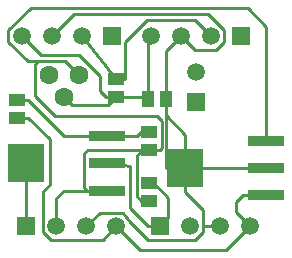
<source format=gtl>
G04 Layer_Physical_Order=1*
G04 Layer_Color=255*
%FSLAX25Y25*%
%MOIN*%
G70*
G01*
G75*
%ADD10R,0.05512X0.04331*%
%ADD11R,0.04331X0.05512*%
%ADD12R,0.12402X0.12795*%
%ADD13R,0.12402X0.03543*%
%ADD14C,0.01000*%
%ADD15C,0.06299*%
%ADD16C,0.05906*%
%ADD17R,0.05906X0.05906*%
%ADD18R,0.05906X0.05906*%
D10*
X424500Y149547D02*
D03*
Y155453D02*
D03*
Y132547D02*
D03*
Y138453D02*
D03*
X380500Y160047D02*
D03*
Y165953D02*
D03*
X413500Y167047D02*
D03*
Y172953D02*
D03*
D11*
X424047Y166500D02*
D03*
X429953D02*
D03*
D12*
X383516Y145000D02*
D03*
X436516Y143500D02*
D03*
D13*
X410484Y154055D02*
D03*
Y145000D02*
D03*
Y135945D02*
D03*
X463484Y152555D02*
D03*
Y143500D02*
D03*
Y134445D02*
D03*
D14*
X421653Y132547D02*
X424500D01*
X420239Y133961D02*
Y147586D01*
X422200Y149547D02*
X424500D01*
X463484Y152555D02*
Y190616D01*
X457262Y196838D02*
X463484Y190616D01*
X385003Y196838D02*
X457262D01*
X377522Y189358D02*
X385003Y196838D01*
X383936Y179200D02*
X396300D01*
X420239Y133961D02*
X421653Y132547D01*
X420239Y147586D02*
X422200Y149547D01*
X377522Y185613D02*
Y189358D01*
Y185613D02*
X383936Y179200D01*
X396300D02*
X401000Y174500D01*
X429953Y143500D02*
Y166500D01*
X422294Y167047D02*
X424047Y168800D01*
X416500Y172953D02*
Y185353D01*
Y172953D02*
Y185353D01*
X403947Y149547D02*
X422200D01*
X387500Y179200D02*
X396300D01*
X383936D02*
X387500D01*
X403755Y135945D02*
X410484D01*
X396000D02*
X403755D01*
X422897Y167650D02*
X424047Y168800D01*
X422294Y167047D02*
X422897Y167650D01*
X442500Y122150D02*
Y124000D01*
X429953Y161118D02*
Y166500D01*
Y143500D02*
Y161118D01*
X424047Y168800D02*
Y186547D01*
X436516Y135384D02*
Y143500D01*
X442500Y124000D02*
Y129400D01*
X429953Y161118D02*
X436516Y154555D01*
Y143500D02*
Y154555D01*
X386300Y178000D02*
X387500Y179200D01*
X386300Y167300D02*
Y178000D01*
Y167300D02*
X392900Y160700D01*
X427156D01*
X428756Y159100D01*
Y150203D02*
Y159100D01*
X428100Y149547D02*
X428756Y150203D01*
X424500Y149547D02*
X428100D01*
X402700Y137000D02*
X403755Y135945D01*
X402700Y137000D02*
Y148300D01*
X403947Y149547D01*
X410484Y154055D02*
X420302D01*
X421700Y155453D02*
X424500D01*
X421653Y132547D02*
X424500D01*
X420239Y133961D02*
Y147586D01*
X422200Y149547D02*
X424500D01*
X377522Y189358D02*
X385003Y196838D01*
X457262D01*
X463484Y190616D01*
Y152555D02*
Y190616D01*
X393500Y124000D02*
Y133445D01*
X402000Y187500D02*
X413500Y172953D01*
X423797Y192650D02*
X439850D01*
X445000Y187500D01*
X383500Y124000D02*
X383516Y124016D01*
X418200Y130000D02*
Y144000D01*
X410484Y145000D02*
X418200Y144000D01*
X428000Y124000D02*
X430800Y126800D01*
Y133600D01*
X424500Y138453D02*
X425947D01*
X408900Y119400D02*
X413500Y124000D01*
X391233Y137933D02*
Y152964D01*
X384151Y160047D02*
X391233Y152964D01*
X380500Y160047D02*
X384151D01*
X413500Y124000D02*
X421500Y116000D01*
X450000D01*
X396000Y167000D02*
X398709Y164291D01*
X455745Y134445D02*
X463484D01*
X408000Y169047D02*
Y174147D01*
X388300Y181200D02*
X400947D01*
X408100Y128600D02*
X415600D01*
X415700Y128500D01*
X418100Y125600D02*
X424191Y119509D01*
X436516Y135384D02*
X442500Y129400D01*
X436516Y143500D02*
X463484D01*
X435000Y187500D02*
X439600Y182900D01*
X446786D01*
X449493Y185607D01*
X444000Y194800D02*
X449493Y189307D01*
X392000Y187500D02*
X399300Y194800D01*
X420302Y154055D02*
X421700Y155453D01*
X380500Y165953D02*
X384000D01*
X395898Y154055D01*
X410484D01*
X416500Y185353D02*
X423797Y192650D01*
X393500Y133445D02*
X396000Y135945D01*
X425947Y138453D02*
X430800Y133600D01*
X418200Y130000D02*
X424200Y124000D01*
X428000D01*
X383516Y124016D02*
Y145000D01*
X382000Y187500D02*
X388300Y181200D01*
X400947D02*
X408000Y174147D01*
Y169047D02*
X410000Y167047D01*
X413500D01*
X453300Y132000D02*
X455745Y134445D01*
X453300Y128700D02*
Y132000D01*
Y128700D02*
X458000Y124000D01*
X410744Y164291D02*
X413500Y167047D01*
X398709Y164291D02*
X410744D01*
X450000Y116000D02*
X458000Y124000D01*
X389041Y135741D02*
X391233Y137933D01*
X389041Y122141D02*
Y135741D01*
Y122141D02*
X391783Y119400D01*
X408900D01*
X399300Y194800D02*
X444000D01*
X449493Y189307D02*
X449493Y185607D01*
X429953Y182453D02*
X435000Y187500D01*
X429953Y166500D02*
Y182453D01*
Y143500D02*
X436516D01*
X439858Y119509D02*
X442500Y122150D01*
X424191Y119509D02*
X439858Y119509D01*
X415700Y128500D02*
X418100Y125600D01*
X403500Y124000D02*
X408100Y128600D01*
X424047Y186547D02*
X425000Y187500D01*
X424047Y166500D02*
Y168800D01*
X413500Y167047D02*
X422294D01*
X442500Y124000D02*
X448000D01*
X413500Y172953D02*
X416500D01*
D15*
X391000Y174500D02*
D03*
X396000Y167000D02*
D03*
X401000Y174500D02*
D03*
D16*
X440000Y175500D02*
D03*
X458000Y124000D02*
D03*
X448000D02*
D03*
X438000D02*
D03*
X382000Y187500D02*
D03*
X392000D02*
D03*
X402000D02*
D03*
X413500Y124000D02*
D03*
X403500D02*
D03*
X393500D02*
D03*
X425000Y187500D02*
D03*
X435000D02*
D03*
X445000D02*
D03*
D17*
X440000Y165500D02*
D03*
D18*
X428000Y124000D02*
D03*
X412000Y187500D02*
D03*
X383500Y124000D02*
D03*
X455000Y187500D02*
D03*
M02*

</source>
